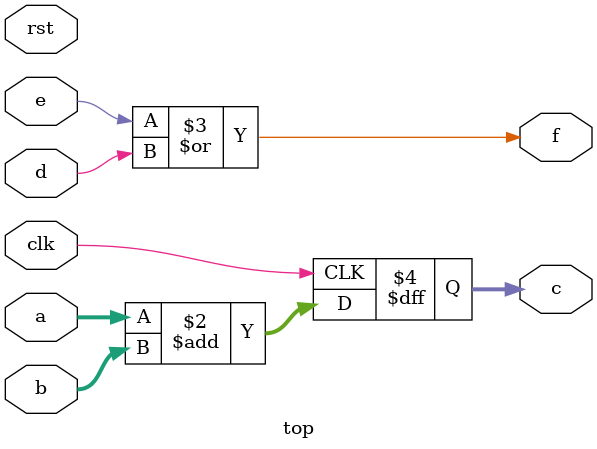
<source format=sv>
`timescale 1ns / 1ps


module top(
        input clk,
        input wire rst,
        input [1:0] a,
        input [1:0] b,
        input d,
        input e,
        output f,
        output reg [1:0] c
    );
    always_ff @(posedge clk) begin
        c <= a + b;
    end
    assign f = e | d;
endmodule

</source>
